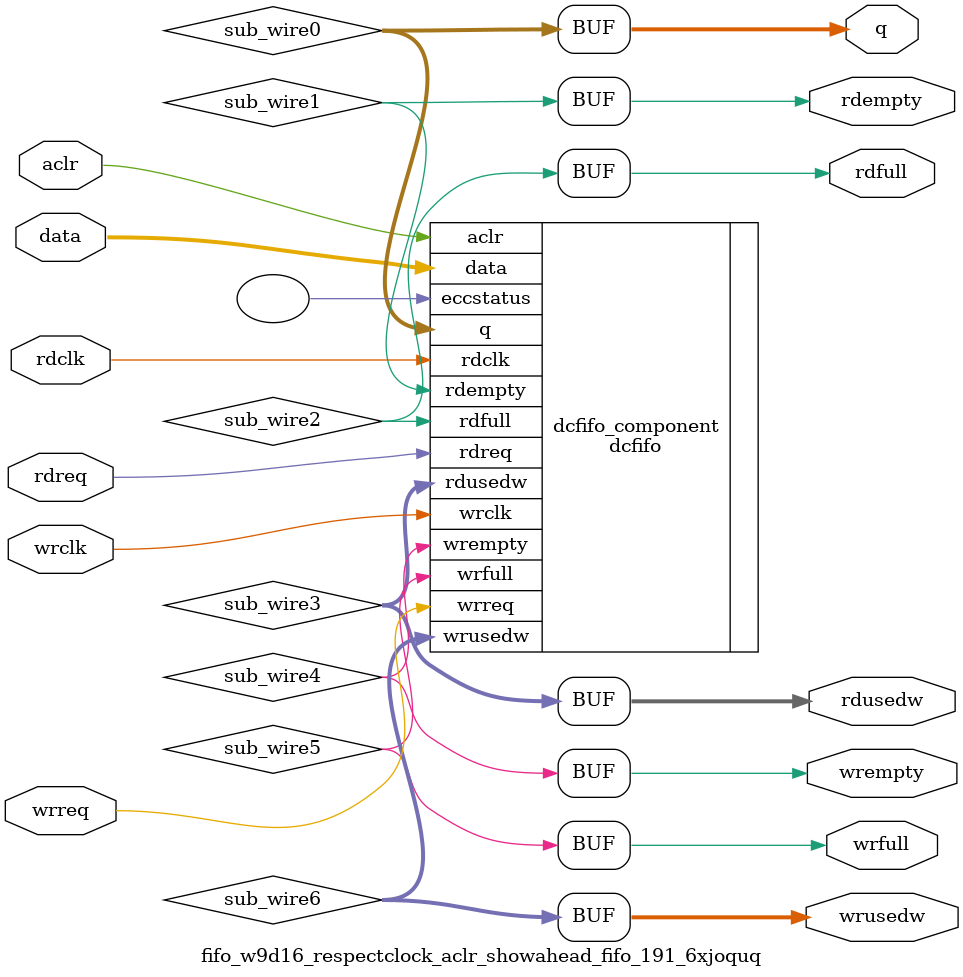
<source format=v>



`timescale 1 ps / 1 ps
// synopsys translate_on
module  fifo_w9d16_respectclock_aclr_showahead_fifo_191_6xjoquq  (
    aclr,
    data,
    rdclk,
    rdreq,
    wrclk,
    wrreq,
    q,
    rdempty,
    rdfull,
    rdusedw,
    wrempty,
    wrfull,
    wrusedw);

    input    aclr;
    input  [8:0]  data;
    input    rdclk;
    input    rdreq;
    input    wrclk;
    input    wrreq;
    output [8:0]  q;
    output   rdempty;
    output   rdfull;
    output [3:0]  rdusedw;
    output   wrempty;
    output   wrfull;
    output [3:0]  wrusedw;
`ifndef ALTERA_RESERVED_QIS
// synopsys translate_off
`endif
    tri0     aclr;
`ifndef ALTERA_RESERVED_QIS
// synopsys translate_on
`endif

    wire [8:0] sub_wire0;
    wire  sub_wire1;
    wire  sub_wire2;
    wire [3:0] sub_wire3;
    wire  sub_wire4;
    wire  sub_wire5;
    wire [3:0] sub_wire6;
    wire [8:0] q = sub_wire0[8:0];
    wire  rdempty = sub_wire1;
    wire  rdfull = sub_wire2;
    wire [3:0] rdusedw = sub_wire3[3:0];
    wire  wrempty = sub_wire4;
    wire  wrfull = sub_wire5;
    wire [3:0] wrusedw = sub_wire6[3:0];

    dcfifo  dcfifo_component (
                .aclr (aclr),
                .data (data),
                .rdclk (rdclk),
                .rdreq (rdreq),
                .wrclk (wrclk),
                .wrreq (wrreq),
                .q (sub_wire0),
                .rdempty (sub_wire1),
                .rdfull (sub_wire2),
                .rdusedw (sub_wire3),
                .wrempty (sub_wire4),
                .wrfull (sub_wire5),
                .wrusedw (sub_wire6),
                .eccstatus ());
    defparam
        dcfifo_component.enable_ecc  = "FALSE",
        dcfifo_component.intended_device_family  = "Arria 10",
        dcfifo_component.lpm_hint  = "DISABLE_DCFIFO_EMBEDDED_TIMING_CONSTRAINT=TRUE",
        dcfifo_component.lpm_numwords  = 16,
        dcfifo_component.lpm_showahead  = "ON",
        dcfifo_component.lpm_type  = "dcfifo",
        dcfifo_component.lpm_width  = 9,
        dcfifo_component.lpm_widthu  = 4,
        dcfifo_component.overflow_checking  = "ON",
        dcfifo_component.rdsync_delaypipe  = 4,
        dcfifo_component.read_aclr_synch  = "OFF",
        dcfifo_component.underflow_checking  = "ON",
        dcfifo_component.use_eab  = "ON",
        dcfifo_component.write_aclr_synch  = "OFF",
        dcfifo_component.wrsync_delaypipe  = 4;


endmodule



</source>
